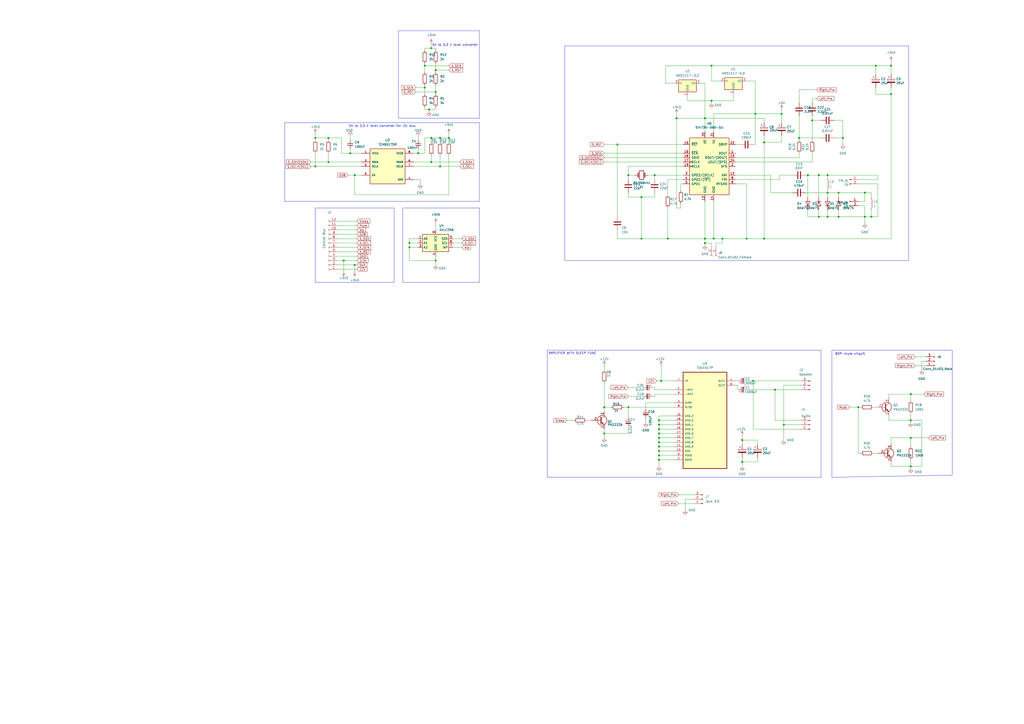
<source format=kicad_sch>
(kicad_sch (version 20230121) (generator eeschema)
  (paper "A2")
  (junction (at 438.15 66.04))
  (junction (at 182.88 80.01))
  (junction (at 383.54 220.98))
  (junction (at 372.11 114.3))
  (junction (at 190.5 80.01))
  (junction (at 528.32 254))
  (junction (at 430.53 267.97))
  (junction (at 205.74 101.6))
  (junction (at 382.27 251.46))
  (junction (at 237.49 143.51))
  (junction (at 454.66 246.38))
  (junction (at 364.49 236.22))
  (junction (at 528.32 270.51))
  (junction (at 392.43 68.58))
  (junction (at 508 38.1))
  (junction (at 246.38 38.1))
  (junction (at 252.73 40.64))
  (junction (at 382.27 256.54))
  (junction (at 412.75 58.42))
  (junction (at 419.1 138.43))
  (junction (at 199.39 151.13))
  (junction (at 528.32 228.6))
  (junction (at 246.38 50.8))
  (junction (at 203.2 88.9))
  (junction (at 468.63 101.6))
  (junction (at 463.55 80.01))
  (junction (at 260.35 80.01))
  (junction (at 237.49 140.97))
  (junction (at 248.92 63.5))
  (junction (at 436.88 220.98))
  (junction (at 250.19 80.01))
  (junction (at 364.49 101.6))
  (junction (at 408.94 140.97))
  (junction (at 382.27 254))
  (junction (at 453.39 66.04))
  (junction (at 379.73 101.6))
  (junction (at 480.06 101.6))
  (junction (at 443.23 138.43))
  (junction (at 252.73 151.13))
  (junction (at 205.74 153.67))
  (junction (at 382.27 246.38))
  (junction (at 486.41 111.76))
  (junction (at 382.27 248.92))
  (junction (at 382.27 261.62))
  (junction (at 358.14 83.82))
  (junction (at 474.98 125.73))
  (junction (at 474.98 101.6))
  (junction (at 255.27 80.01))
  (junction (at 350.52 236.22))
  (junction (at 255.27 96.52))
  (junction (at 252.73 53.34))
  (junction (at 443.23 82.55))
  (junction (at 382.27 266.7))
  (junction (at 516.89 54.61))
  (junction (at 350.52 251.46))
  (junction (at 372.11 138.43))
  (junction (at 471.17 69.85))
  (junction (at 382.27 243.84))
  (junction (at 430.53 255.27))
  (junction (at 497.84 236.22))
  (junction (at 182.88 96.52))
  (junction (at 242.57 88.9))
  (junction (at 190.5 93.98))
  (junction (at 414.02 138.43))
  (junction (at 382.27 259.08))
  (junction (at 408.94 138.43))
  (junction (at 408.94 68.58))
  (junction (at 528.32 243.84))
  (junction (at 480.06 111.76))
  (junction (at 412.75 38.1))
  (junction (at 501.65 111.76))
  (junction (at 449.58 226.06))
  (junction (at 433.07 138.43))
  (junction (at 250.19 93.98))
  (junction (at 382.27 264.16))
  (junction (at 250.19 27.94))
  (junction (at 488.95 80.01))
  (junction (at 501.65 125.73))
  (junction (at 387.35 138.43))
  (junction (at 516.89 38.1))
  (junction (at 505.46 125.73))
  (junction (at 480.06 125.73))
  (junction (at 486.41 125.73))
  (wire (pts (xy 414.02 66.04) (xy 414.02 76.2)))
  (wire (pts (xy 252.73 27.94) (xy 252.73 29.21)))
  (wire (pts (xy 364.49 236.22) (xy 391.16 236.22)))
  (wire (pts (xy 474.98 125.73) (xy 480.06 125.73)))
  (wire (pts (xy 199.39 157.48) (xy 199.39 151.13)))
  (wire (pts (xy 246.38 63.5) (xy 246.38 62.23)))
  (wire (pts (xy 394.97 106.68) (xy 394.97 110.49)))
  (wire (pts (xy 190.5 80.01) (xy 190.5 81.28)))
  (wire (pts (xy 207.01 130.81) (xy 195.58 130.81)))
  (wire (pts (xy 433.07 46.99) (xy 438.15 46.99)))
  (wire (pts (xy 207.01 146.05) (xy 195.58 146.05)))
  (wire (pts (xy 453.39 78.74) (xy 453.39 82.55)))
  (wire (pts (xy 474.98 101.6) (xy 480.06 101.6)))
  (wire (pts (xy 190.5 88.9) (xy 190.5 93.98)))
  (wire (pts (xy 480.06 125.73) (xy 486.41 125.73)))
  (wire (pts (xy 439.42 255.27) (xy 439.42 257.81)))
  (wire (pts (xy 207.01 156.21) (xy 195.58 156.21)))
  (wire (pts (xy 382.27 266.7) (xy 382.27 270.51)))
  (wire (pts (xy 207.01 151.13) (xy 199.39 151.13)))
  (wire (pts (xy 387.35 120.65) (xy 387.35 138.43)))
  (wire (pts (xy 426.72 93.98) (xy 471.17 93.98)))
  (wire (pts (xy 358.14 83.82) (xy 358.14 125.73)))
  (wire (pts (xy 480.06 111.76) (xy 480.06 114.3)))
  (wire (pts (xy 433.07 220.98) (xy 436.88 220.98)))
  (polyline (pts (xy 278.13 71.12) (xy 278.13 116.84)))
  (wire (pts (xy 381 220.98) (xy 383.54 220.98)))
  (wire (pts (xy 443.23 138.43) (xy 516.89 138.43)))
  (wire (pts (xy 508 38.1) (xy 516.89 38.1)))
  (wire (pts (xy 195.58 128.27) (xy 207.01 128.27)))
  (wire (pts (xy 372.11 114.3) (xy 372.11 138.43)))
  (wire (pts (xy 364.49 251.46) (xy 364.49 247.65)))
  (wire (pts (xy 433.07 106.68) (xy 433.07 138.43)))
  (wire (pts (xy 246.38 38.1) (xy 260.35 38.1)))
  (wire (pts (xy 364.49 236.22) (xy 361.95 236.22)))
  (wire (pts (xy 453.39 63.5) (xy 453.39 66.04)))
  (wire (pts (xy 382.27 248.92) (xy 382.27 246.38)))
  (wire (pts (xy 207.01 148.59) (xy 195.58 148.59)))
  (wire (pts (xy 505.46 121.92) (xy 505.46 125.73)))
  (wire (pts (xy 358.14 138.43) (xy 358.14 133.35)))
  (wire (pts (xy 430.53 267.97) (xy 430.53 270.51)))
  (polyline (pts (xy 278.13 17.78) (xy 278.13 68.58)))
  (wire (pts (xy 246.38 49.53) (xy 246.38 50.8)))
  (wire (pts (xy 242.57 138.43) (xy 237.49 138.43)))
  (polyline (pts (xy 278.13 163.83) (xy 278.13 120.65)))
  (wire (pts (xy 382.27 261.62) (xy 382.27 264.16)))
  (polyline (pts (xy 278.13 68.58) (xy 231.14 68.58)))
  (wire (pts (xy 433.07 138.43) (xy 443.23 138.43)))
  (wire (pts (xy 398.78 58.42) (xy 412.75 58.42)))
  (wire (pts (xy 427.99 223.52) (xy 427.99 226.06)))
  (wire (pts (xy 374.65 233.68) (xy 391.16 233.68)))
  (wire (pts (xy 528.32 270.51) (xy 528.32 271.78)))
  (wire (pts (xy 515.62 228.6) (xy 528.32 228.6)))
  (wire (pts (xy 242.57 86.36) (xy 242.57 88.9)))
  (wire (pts (xy 350.52 251.46) (xy 350.52 254)))
  (wire (pts (xy 386.08 38.1) (xy 386.08 48.26)))
  (wire (pts (xy 467.36 101.6) (xy 468.63 101.6)))
  (wire (pts (xy 408.94 142.24) (xy 408.94 140.97)))
  (wire (pts (xy 463.55 52.07) (xy 463.55 59.69)))
  (wire (pts (xy 449.58 226.06) (xy 464.82 226.06)))
  (wire (pts (xy 537.21 209.55) (xy 534.67 209.55)))
  (wire (pts (xy 439.42 267.97) (xy 439.42 265.43)))
  (wire (pts (xy 398.78 55.88) (xy 398.78 58.42)))
  (wire (pts (xy 250.19 93.98) (xy 250.19 90.17)))
  (polyline (pts (xy 233.68 120.65) (xy 233.68 163.83)))
  (wire (pts (xy 364.49 224.79) (xy 373.38 224.79)))
  (wire (pts (xy 463.55 81.28) (xy 463.55 80.01)))
  (wire (pts (xy 243.84 104.14) (xy 243.84 106.68)))
  (wire (pts (xy 387.35 104.14) (xy 396.24 104.14)))
  (wire (pts (xy 199.39 151.13) (xy 195.58 151.13)))
  (wire (pts (xy 207.01 153.67) (xy 205.74 153.67)))
  (wire (pts (xy 205.74 113.03) (xy 260.35 113.03)))
  (wire (pts (xy 497.84 116.84) (xy 501.65 116.84)))
  (wire (pts (xy 205.74 101.6) (xy 205.74 113.03)))
  (wire (pts (xy 430.53 257.81) (xy 430.53 255.27)))
  (polyline (pts (xy 527.05 151.13) (xy 527.05 26.67)))
  (wire (pts (xy 364.49 229.87) (xy 373.38 229.87)))
  (wire (pts (xy 391.16 264.16) (xy 382.27 264.16)))
  (wire (pts (xy 534.67 243.84) (xy 534.67 270.51)))
  (wire (pts (xy 508 54.61) (xy 516.89 54.61)))
  (wire (pts (xy 340.36 243.84) (xy 342.9 243.84)))
  (wire (pts (xy 364.49 242.57) (xy 364.49 236.22)))
  (wire (pts (xy 473.71 57.15) (xy 471.17 57.15)))
  (wire (pts (xy 364.49 101.6) (xy 368.3 101.6)))
  (wire (pts (xy 241.3 50.8) (xy 246.38 50.8)))
  (wire (pts (xy 414.02 138.43) (xy 419.1 138.43)))
  (wire (pts (xy 386.08 48.26) (xy 391.16 48.26)))
  (wire (pts (xy 528.32 228.6) (xy 535.94 228.6)))
  (wire (pts (xy 468.63 101.6) (xy 468.63 114.3)))
  (wire (pts (xy 486.41 121.92) (xy 486.41 125.73)))
  (polyline (pts (xy 165.1 116.84) (xy 165.1 71.12)))
  (wire (pts (xy 474.98 101.6) (xy 474.98 114.3)))
  (wire (pts (xy 426.72 104.14) (xy 452.12 104.14)))
  (wire (pts (xy 486.41 111.76) (xy 501.65 111.76)))
  (wire (pts (xy 387.35 138.43) (xy 408.94 138.43)))
  (wire (pts (xy 240.03 104.14) (xy 243.84 104.14)))
  (wire (pts (xy 515.62 231.14) (xy 515.62 228.6)))
  (wire (pts (xy 382.27 248.92) (xy 391.16 248.92)))
  (wire (pts (xy 419.1 140.97) (xy 419.1 138.43)))
  (wire (pts (xy 486.41 125.73) (xy 501.65 125.73)))
  (wire (pts (xy 528.32 243.84) (xy 528.32 240.03)))
  (wire (pts (xy 426.72 220.98) (xy 427.99 220.98)))
  (wire (pts (xy 480.06 111.76) (xy 486.41 111.76)))
  (wire (pts (xy 379.73 226.06) (xy 379.73 224.79)))
  (wire (pts (xy 205.74 101.6) (xy 209.55 101.6)))
  (wire (pts (xy 382.27 241.3) (xy 391.16 241.3)))
  (wire (pts (xy 237.49 143.51) (xy 237.49 140.97)))
  (wire (pts (xy 408.94 116.84) (xy 408.94 138.43)))
  (wire (pts (xy 501.65 125.73) (xy 505.46 125.73)))
  (polyline (pts (xy 476.25 276.86) (xy 476.25 203.2)))
  (wire (pts (xy 509.27 106.68) (xy 509.27 125.73)))
  (wire (pts (xy 516.89 35.56) (xy 516.89 38.1)))
  (polyline (pts (xy 482.6 203.2) (xy 482.6 223.52)))
  (wire (pts (xy 246.38 88.9) (xy 246.38 80.01)))
  (wire (pts (xy 430.53 252.73) (xy 430.53 255.27)))
  (wire (pts (xy 501.65 125.73) (xy 501.65 129.54)))
  (wire (pts (xy 190.5 80.01) (xy 198.12 80.01)))
  (wire (pts (xy 248.92 63.5) (xy 246.38 63.5)))
  (wire (pts (xy 250.19 93.98) (xy 266.7 93.98)))
  (polyline (pts (xy 231.14 17.78) (xy 278.13 17.78)))
  (wire (pts (xy 387.35 113.03) (xy 387.35 104.14)))
  (wire (pts (xy 382.27 264.16) (xy 382.27 266.7)))
  (wire (pts (xy 426.72 106.68) (xy 433.07 106.68)))
  (wire (pts (xy 364.49 96.52) (xy 396.24 96.52)))
  (wire (pts (xy 394.97 118.11) (xy 394.97 120.65)))
  (wire (pts (xy 454.66 223.52) (xy 454.66 246.38)))
  (wire (pts (xy 452.12 101.6) (xy 459.74 101.6)))
  (wire (pts (xy 205.74 157.48) (xy 205.74 153.67)))
  (wire (pts (xy 501.65 119.38) (xy 501.65 125.73)))
  (wire (pts (xy 198.12 88.9) (xy 198.12 80.01)))
  (polyline (pts (xy 182.88 163.83) (xy 228.6 163.83)))
  (wire (pts (xy 242.57 143.51) (xy 237.49 143.51)))
  (polyline (pts (xy 527.05 26.67) (xy 327.66 26.67)))
  (wire (pts (xy 372.11 114.3) (xy 379.73 114.3)))
  (wire (pts (xy 530.86 207.01) (xy 537.21 207.01)))
  (wire (pts (xy 468.63 121.92) (xy 468.63 125.73)))
  (wire (pts (xy 379.73 229.87) (xy 379.73 228.6)))
  (wire (pts (xy 242.57 88.9) (xy 246.38 88.9)))
  (wire (pts (xy 443.23 78.74) (xy 443.23 82.55)))
  (wire (pts (xy 464.82 248.92) (xy 436.88 248.92)))
  (polyline (pts (xy 327.66 26.67) (xy 327.66 151.13)))
  (wire (pts (xy 374.65 233.68) (xy 374.65 237.49)))
  (wire (pts (xy 509.27 104.14) (xy 497.84 104.14)))
  (wire (pts (xy 364.49 111.76) (xy 364.49 114.3)))
  (wire (pts (xy 408.94 68.58) (xy 443.23 68.58)))
  (wire (pts (xy 488.95 80.01) (xy 488.95 83.82)))
  (wire (pts (xy 497.84 106.68) (xy 509.27 106.68)))
  (wire (pts (xy 468.63 101.6) (xy 474.98 101.6)))
  (wire (pts (xy 393.7 287.02) (xy 402.59 287.02)))
  (wire (pts (xy 501.65 116.84) (xy 501.65 111.76)))
  (wire (pts (xy 433.07 226.06) (xy 449.58 226.06)))
  (wire (pts (xy 262.89 143.51) (xy 267.97 143.51)))
  (wire (pts (xy 350.52 83.82) (xy 358.14 83.82)))
  (wire (pts (xy 509.27 101.6) (xy 509.27 104.14)))
  (wire (pts (xy 476.25 69.85) (xy 471.17 69.85)))
  (wire (pts (xy 382.27 254) (xy 382.27 256.54)))
  (wire (pts (xy 505.46 111.76) (xy 505.46 114.3)))
  (wire (pts (xy 534.67 209.55) (xy 534.67 214.63)))
  (wire (pts (xy 528.32 243.84) (xy 534.67 243.84)))
  (polyline (pts (xy 228.6 163.83) (xy 228.6 120.65)))
  (wire (pts (xy 260.35 113.03) (xy 260.35 90.17)))
  (wire (pts (xy 248.92 64.77) (xy 248.92 63.5)))
  (wire (pts (xy 379.73 101.6) (xy 396.24 101.6)))
  (wire (pts (xy 453.39 82.55) (xy 443.23 82.55)))
  (wire (pts (xy 471.17 88.9) (xy 471.17 93.98)))
  (wire (pts (xy 383.54 220.98) (xy 383.54 212.09)))
  (wire (pts (xy 237.49 143.51) (xy 237.49 151.13)))
  (wire (pts (xy 240.03 96.52) (xy 255.27 96.52)))
  (wire (pts (xy 201.93 101.6) (xy 205.74 101.6)))
  (wire (pts (xy 508 38.1) (xy 508 43.18)))
  (wire (pts (xy 364.49 101.6) (xy 364.49 104.14)))
  (polyline (pts (xy 165.1 71.12) (xy 278.13 71.12)))
  (wire (pts (xy 508 50.8) (xy 508 54.61)))
  (wire (pts (xy 350.52 236.22) (xy 354.33 236.22)))
  (wire (pts (xy 190.5 93.98) (xy 209.55 93.98)))
  (wire (pts (xy 534.67 270.51) (xy 528.32 270.51)))
  (wire (pts (xy 454.66 246.38) (xy 464.82 246.38)))
  (wire (pts (xy 408.94 48.26) (xy 406.4 48.26)))
  (wire (pts (xy 246.38 27.94) (xy 250.19 27.94)))
  (wire (pts (xy 426.72 91.44) (xy 463.55 91.44)))
  (wire (pts (xy 412.75 58.42) (xy 412.75 59.69)))
  (wire (pts (xy 255.27 80.01) (xy 260.35 80.01)))
  (polyline (pts (xy 233.68 163.83) (xy 278.13 163.83)))
  (wire (pts (xy 207.01 138.43) (xy 195.58 138.43)))
  (wire (pts (xy 382.27 246.38) (xy 382.27 243.84)))
  (wire (pts (xy 408.94 140.97) (xy 408.94 138.43)))
  (wire (pts (xy 408.94 68.58) (xy 392.43 68.58)))
  (wire (pts (xy 255.27 80.01) (xy 255.27 82.55)))
  (wire (pts (xy 417.83 46.99) (xy 412.75 46.99)))
  (wire (pts (xy 252.73 148.59) (xy 252.73 151.13)))
  (wire (pts (xy 452.12 104.14) (xy 452.12 101.6)))
  (wire (pts (xy 509.27 125.73) (xy 505.46 125.73)))
  (wire (pts (xy 379.73 114.3) (xy 379.73 111.76)))
  (wire (pts (xy 240.03 88.9) (xy 242.57 88.9)))
  (wire (pts (xy 246.38 50.8) (xy 246.38 54.61)))
  (wire (pts (xy 248.92 63.5) (xy 252.73 63.5)))
  (polyline (pts (xy 552.45 203.2) (xy 482.6 203.2)))
  (wire (pts (xy 425.45 58.42) (xy 425.45 54.61)))
  (wire (pts (xy 415.29 143.51) (xy 415.29 140.97)))
  (wire (pts (xy 182.88 96.52) (xy 209.55 96.52)))
  (wire (pts (xy 350.52 236.22) (xy 350.52 238.76)))
  (wire (pts (xy 350.52 88.9) (xy 396.24 88.9)))
  (wire (pts (xy 237.49 140.97) (xy 242.57 140.97)))
  (wire (pts (xy 506.73 236.22) (xy 508 236.22)))
  (wire (pts (xy 252.73 40.64) (xy 252.73 41.91)))
  (polyline (pts (xy 482.6 276.86) (xy 552.45 275.59)))
  (wire (pts (xy 530.86 212.09) (xy 537.21 212.09)))
  (wire (pts (xy 382.27 243.84) (xy 391.16 243.84)))
  (wire (pts (xy 486.41 111.76) (xy 486.41 114.3)))
  (wire (pts (xy 499.11 262.89) (xy 497.84 262.89)))
  (wire (pts (xy 392.43 68.58) (xy 392.43 120.65)))
  (wire (pts (xy 528.32 270.51) (xy 516.89 270.51)))
  (wire (pts (xy 453.39 71.12) (xy 453.39 66.04)))
  (wire (pts (xy 412.75 46.99) (xy 412.75 38.1)))
  (wire (pts (xy 255.27 96.52) (xy 266.7 96.52)))
  (polyline (pts (xy 278.13 116.84) (xy 165.1 116.84)))
  (wire (pts (xy 408.94 48.26) (xy 408.94 68.58)))
  (wire (pts (xy 394.97 106.68) (xy 396.24 106.68)))
  (wire (pts (xy 488.95 69.85) (xy 488.95 80.01)))
  (wire (pts (xy 203.2 88.9) (xy 209.55 88.9)))
  (polyline (pts (xy 233.68 120.65) (xy 278.13 120.65)))
  (wire (pts (xy 474.98 121.92) (xy 474.98 125.73)))
  (wire (pts (xy 426.72 83.82) (xy 429.26 83.82)))
  (wire (pts (xy 246.38 80.01) (xy 250.19 80.01)))
  (wire (pts (xy 350.52 91.44) (xy 396.24 91.44)))
  (wire (pts (xy 412.75 143.51) (xy 412.75 140.97)))
  (wire (pts (xy 328.93 243.84) (xy 332.74 243.84)))
  (wire (pts (xy 350.52 251.46) (xy 364.49 251.46)))
  (wire (pts (xy 207.01 133.35) (xy 195.58 133.35)))
  (wire (pts (xy 414.02 116.84) (xy 414.02 138.43)))
  (wire (pts (xy 375.92 101.6) (xy 379.73 101.6)))
  (polyline (pts (xy 182.88 120.65) (xy 182.88 163.83)))
  (wire (pts (xy 483.87 69.85) (xy 488.95 69.85)))
  (wire (pts (xy 408.94 68.58) (xy 408.94 76.2)))
  (wire (pts (xy 391.16 226.06) (xy 379.73 226.06)))
  (wire (pts (xy 528.32 254) (xy 538.48 254)))
  (wire (pts (xy 182.88 80.01) (xy 190.5 80.01)))
  (wire (pts (xy 393.7 292.1) (xy 402.59 292.1)))
  (wire (pts (xy 516.89 254) (xy 528.32 254)))
  (wire (pts (xy 392.43 66.04) (xy 392.43 68.58)))
  (wire (pts (xy 430.53 265.43) (xy 430.53 267.97)))
  (wire (pts (xy 415.29 140.97) (xy 419.1 140.97)))
  (wire (pts (xy 397.51 289.56) (xy 397.51 295.91)))
  (wire (pts (xy 180.34 96.52) (xy 182.88 96.52)))
  (wire (pts (xy 506.73 262.89) (xy 509.27 262.89)))
  (wire (pts (xy 459.74 111.76) (xy 447.04 111.76)))
  (wire (pts (xy 412.75 38.1) (xy 508 38.1)))
  (wire (pts (xy 255.27 96.52) (xy 255.27 90.17)))
  (wire (pts (xy 378.46 229.87) (xy 379.73 229.87)))
  (wire (pts (xy 372.11 138.43) (xy 387.35 138.43)))
  (wire (pts (xy 430.53 255.27) (xy 439.42 255.27)))
  (wire (pts (xy 386.08 38.1) (xy 412.75 38.1)))
  (wire (pts (xy 237.49 138.43) (xy 237.49 140.97)))
  (wire (pts (xy 262.89 140.97) (xy 267.97 140.97)))
  (wire (pts (xy 182.88 96.52) (xy 182.88 88.9)))
  (polyline (pts (xy 482.6 223.52) (xy 482.6 276.86)))
  (wire (pts (xy 252.73 53.34) (xy 252.73 54.61)))
  (wire (pts (xy 463.55 67.31) (xy 463.55 80.01)))
  (wire (pts (xy 241.3 53.34) (xy 252.73 53.34)))
  (wire (pts (xy 246.38 27.94) (xy 246.38 29.21)))
  (wire (pts (xy 364.49 96.52) (xy 364.49 101.6)))
  (wire (pts (xy 252.73 129.54) (xy 252.73 133.35)))
  (wire (pts (xy 260.35 82.55) (xy 260.35 80.01)))
  (wire (pts (xy 350.52 248.92) (xy 350.52 251.46)))
  (wire (pts (xy 252.73 63.5) (xy 252.73 62.23)))
  (wire (pts (xy 430.53 267.97) (xy 439.42 267.97)))
  (wire (pts (xy 382.27 266.7) (xy 391.16 266.7)))
  (wire (pts (xy 260.35 77.47) (xy 260.35 80.01)))
  (wire (pts (xy 252.73 40.64) (xy 252.73 36.83)))
  (wire (pts (xy 379.73 228.6) (xy 391.16 228.6)))
  (wire (pts (xy 443.23 71.12) (xy 443.23 68.58)))
  (wire (pts (xy 436.88 220.98) (xy 464.82 220.98)))
  (wire (pts (xy 515.62 243.84) (xy 528.32 243.84)))
  (wire (pts (xy 182.88 77.47) (xy 182.88 80.01)))
  (polyline (pts (xy 317.5 276.86) (xy 476.25 276.86)))
  (wire (pts (xy 528.32 228.6) (xy 528.32 232.41)))
  (wire (pts (xy 203.2 88.9) (xy 203.2 86.36)))
  (wire (pts (xy 516.89 257.81) (xy 516.89 254)))
  (polyline (pts (xy 182.88 120.65) (xy 228.6 120.65)))
  (wire (pts (xy 203.2 78.74) (xy 203.2 81.28)))
  (polyline (pts (xy 231.14 17.78) (xy 231.14 68.58)))
  (wire (pts (xy 252.73 40.64) (xy 260.35 40.64)))
  (wire (pts (xy 419.1 138.43) (xy 433.07 138.43)))
  (wire (pts (xy 242.57 78.74) (xy 242.57 81.28)))
  (wire (pts (xy 528.32 254) (xy 528.32 259.08)))
  (wire (pts (xy 449.58 226.06) (xy 449.58 243.84)))
  (wire (pts (xy 364.49 114.3) (xy 372.11 114.3)))
  (wire (pts (xy 516.89 54.61) (xy 516.89 138.43)))
  (wire (pts (xy 497.84 262.89) (xy 497.84 236.22)))
  (wire (pts (xy 383.54 220.98) (xy 391.16 220.98)))
  (wire (pts (xy 180.34 93.98) (xy 190.5 93.98)))
  (wire (pts (xy 182.88 80.01) (xy 182.88 81.28)))
  (wire (pts (xy 471.17 67.31) (xy 471.17 69.85)))
  (wire (pts (xy 250.19 27.94) (xy 252.73 27.94)))
  (wire (pts (xy 402.59 289.56) (xy 397.51 289.56)))
  (wire (pts (xy 252.73 151.13) (xy 252.73 153.67)))
  (wire (pts (xy 463.55 91.44) (xy 463.55 88.9)))
  (wire (pts (xy 358.14 83.82) (xy 396.24 83.82)))
  (wire (pts (xy 379.73 224.79) (xy 378.46 224.79)))
  (wire (pts (xy 382.27 248.92) (xy 382.27 251.46)))
  (wire (pts (xy 427.99 223.52) (xy 426.72 223.52)))
  (wire (pts (xy 501.65 111.76) (xy 505.46 111.76)))
  (wire (pts (xy 528.32 243.84) (xy 528.32 245.11)))
  (wire (pts (xy 463.55 80.01) (xy 476.25 80.01)))
  (wire (pts (xy 382.27 256.54) (xy 382.27 259.08)))
  (wire (pts (xy 468.63 125.73) (xy 474.98 125.73)))
  (wire (pts (xy 252.73 49.53) (xy 252.73 53.34)))
  (wire (pts (xy 382.27 259.08) (xy 382.27 261.62)))
  (wire (pts (xy 438.15 46.99) (xy 438.15 66.04)))
  (wire (pts (xy 516.89 50.8) (xy 516.89 54.61)))
  (wire (pts (xy 408.94 140.97) (xy 412.75 140.97)))
  (wire (pts (xy 497.84 236.22) (xy 499.11 236.22)))
  (polyline (pts (xy 327.66 151.13) (xy 527.05 151.13)))
  (wire (pts (xy 497.84 119.38) (xy 501.65 119.38)))
  (wire (pts (xy 237.49 151.13) (xy 252.73 151.13)))
  (wire (pts (xy 515.62 241.3) (xy 515.62 243.84)))
  (wire (pts (xy 250.19 80.01) (xy 255.27 80.01)))
  (wire (pts (xy 454.66 223.52) (xy 464.82 223.52)))
  (wire (pts (xy 207.01 140.97) (xy 195.58 140.97)))
  (wire (pts (xy 374.65 242.57) (xy 374.65 245.11)))
  (wire (pts (xy 379.73 104.14) (xy 379.73 101.6)))
  (polyline (pts (xy 552.45 275.59) (xy 552.45 203.2)))
  (wire (pts (xy 198.12 88.9) (xy 203.2 88.9)))
  (wire (pts (xy 408.94 138.43) (xy 414.02 138.43)))
  (polyline (pts (xy 317.5 203.2) (xy 317.5 276.86)))
  (wire (pts (xy 207.01 135.89) (xy 195.58 135.89)))
  (wire (pts (xy 516.89 43.18) (xy 516.89 38.1)))
  (wire (pts (xy 471.17 57.15) (xy 471.17 59.69)))
  (wire (pts (xy 382.27 251.46) (xy 382.27 254)))
  (wire (pts (xy 447.04 111.76) (xy 447.04 101.6)))
  (wire (pts (xy 483.87 80.01) (xy 488.95 80.01)))
  (wire (pts (xy 480.06 101.6) (xy 480.06 102.87)))
  (wire (pts (xy 436.88 83.82) (xy 438.15 83.82)))
  (wire (pts (xy 382.27 246.38) (xy 391.16 246.38)))
  (wire (pts (xy 350.52 212.09) (xy 350.52 214.63)))
  (wire (pts (xy 350.52 222.25) (xy 350.52 236.22)))
  (wire (pts (xy 480.06 101.6) (xy 509.27 101.6)))
  (wire (pts (xy 358.14 138.43) (xy 372.11 138.43)))
  (wire (pts (xy 480.06 121.92) (xy 480.06 125.73)))
  (wire (pts (xy 205.74 153.67) (xy 195.58 153.67)))
  (wire (pts (xy 250.19 80.01) (xy 250.19 82.55)))
  (wire (pts (xy 471.17 81.28) (xy 471.17 69.85)))
  (wire (pts (xy 382.27 243.84) (xy 382.27 241.3)))
  (wire (pts (xy 443.23 82.55) (xy 443.23 138.43)))
  (wire (pts (xy 438.15 66.04) (xy 414.02 66.04)))
  (wire (pts (xy 497.84 236.22) (xy 492.76 236.22)))
  (wire (pts (xy 412.75 58.42) (xy 425.45 58.42)))
  (wire (pts (xy 250.19 25.4) (xy 250.19 27.94)))
  (wire (pts (xy 528.32 266.7) (xy 528.32 270.51)))
  (wire (pts (xy 382.27 254) (xy 391.16 254)))
  (wire (pts (xy 438.15 83.82) (xy 438.15 66.04)))
  (wire (pts (xy 480.06 110.49) (xy 480.06 111.76)))
  (wire (pts (xy 438.15 66.04) (xy 453.39 66.04)))
  (wire (pts (xy 240.03 93.98) (xy 250.19 93.98)))
  (wire (pts (xy 454.66 246.38) (xy 454.66 255.27)))
  (wire (pts (xy 382.27 256.54) (xy 391.16 256.54)))
  (wire (pts (xy 382.27 259.08) (xy 391.16 259.08)))
  (polyline (pts (xy 317.5 203.2) (xy 476.25 203.2)))
  (wire (pts (xy 246.38 38.1) (xy 246.38 41.91)))
  (wire (pts (xy 382.27 261.62) (xy 391.16 261.62)))
  (wire (pts (xy 447.04 101.6) (xy 426.72 101.6)))
  (wire (pts (xy 246.38 38.1) (xy 246.38 36.83)))
  (wire (pts (xy 473.71 52.07) (xy 463.55 52.07)))
  (wire (pts (xy 436.88 220.98) (xy 436.88 248.92)))
  (wire (pts (xy 350.52 93.98) (xy 396.24 93.98)))
  (wire (pts (xy 391.16 251.46) (xy 382.27 251.46)))
  (wire (pts (xy 467.36 111.76) (xy 480.06 111.76)))
  (wire (pts (xy 392.43 120.65) (xy 394.97 120.65)))
  (wire (pts (xy 449.58 243.84) (xy 464.82 243.84)))
  (wire (pts (xy 262.89 138.43) (xy 267.97 138.43)))
  (wire (pts (xy 207.01 143.51) (xy 195.58 143.51)))
  (wire (pts (xy 516.89 270.51) (xy 516.89 267.97)))
  (text "5V to 3.3 V level converter for I2c bus." (at 202.438 73.914 0) (effects (font (size 1.27 1.27)) (justify left bottom)))
  (text "5V to 3.3 V level converter" (at 250.698 26.924 0) (effects (font (size 1.27 1.27)) (justify left bottom)))
  (text "BOP-mute cirquit" (at 484.378 206.121 0) (effects (font (size 1.27 1.27)) (justify left bottom)))
  (text "AMPLIFIER WITH SLEEP FUNC" (at 318.135 205.74 0) (effects (font (size 1.27 1.27)) (justify left bottom)))
  (global_label "Left_Pre" (shape input) (at 473.71 57.15 0) (property "Intersheetrefs" "${INTERSHEET_REFS}" (effects hide)))
  (global_label "S_RST" (shape input) (at 241.3 53.34 180) (property "Intersheetrefs" "${INTERSHEET_REFS}" (effects hide)))
  (global_label "A_SCL" (shape input) (at 267.97 140.97 0) (property "Intersheetrefs" "${INTERSHEET_REFS}" (effects hide)))
  (global_label "Mute" (shape input) (at 207.01 130.81 0) (property "Intersheetrefs" "${INTERSHEET_REFS}" (effects hide)))
  (global_label "A_SCL" (shape input) (at 207.01 140.97 0) (property "Intersheetrefs" "${INTERSHEET_REFS}" (effects hide)))
  (global_label "Left_Pre" (shape input) (at 538.48 254 0) (property "Intersheetrefs" "${INTERSHEET_REFS}" (effects hide)))
  (global_label "3.3V" (shape input) (at 207.01 151.13 0) (property "Intersheetrefs" "${INTERSHEET_REFS}" (effects hide)))
  (global_label "Right_Pre" (shape input) (at 530.86 212.09 180) (property "Intersheetrefs" "${INTERSHEET_REFS}" (effects hide)))
  (global_label "A_SDA" (shape input) (at 207.01 138.43 0) (property "Intersheetrefs" "${INTERSHEET_REFS}" (effects hide)))
  (global_label "D28" (shape input) (at 201.93 101.6 180) (property "Intersheetrefs" "${INTERSHEET_REFS}" (effects hide)))
  (global_label "Sleep" (shape input) (at 328.93 243.84 180) (property "Intersheetrefs" "${INTERSHEET_REFS}" (effects hide)))
  (global_label "S_SEN" (shape input) (at 350.52 88.9 180) (property "Intersheetrefs" "${INTERSHEET_REFS}" (effects hide)))
  (global_label "A_SEN" (shape input) (at 207.01 143.51 0) (property "Intersheetrefs" "${INTERSHEET_REFS}" (effects hide)))
  (global_label "Right_Pre" (shape input) (at 473.71 52.07 0) (property "Intersheetrefs" "${INTERSHEET_REFS}" (effects hide)))
  (global_label "S_SDIO(SDA)" (shape input) (at 180.34 93.98 180) (property "Intersheetrefs" "${INTERSHEET_REFS}" (effects hide)))
  (global_label "A_SDA" (shape input) (at 266.7 93.98 0) (property "Intersheetrefs" "${INTERSHEET_REFS}" (effects hide)))
  (global_label "Mute" (shape input) (at 492.76 236.22 180) (property "Intersheetrefs" "${INTERSHEET_REFS}" (effects hide)))
  (global_label "Wp" (shape input) (at 207.01 133.35 0) (property "Intersheetrefs" "${INTERSHEET_REFS}" (effects hide)))
  (global_label "Left_Pre" (shape input) (at 364.49 224.79 180) (property "Intersheetrefs" "${INTERSHEET_REFS}" (effects hide)))
  (global_label "Right_Pre" (shape input) (at 364.49 229.87 180) (property "Intersheetrefs" "${INTERSHEET_REFS}" (effects hide)))
  (global_label "A_RST" (shape input) (at 207.01 146.05 0) (property "Intersheetrefs" "${INTERSHEET_REFS}" (effects hide)))
  (global_label "A_SDA" (shape input) (at 267.97 138.43 0) (property "Intersheetrefs" "${INTERSHEET_REFS}" (effects hide)))
  (global_label "S_SDIO(SDA)" (shape input) (at 350.52 91.44 180) (property "Intersheetrefs" "${INTERSHEET_REFS}" (effects hide)))
  (global_label "S_RST" (shape input) (at 350.52 83.82 180) (property "Intersheetrefs" "${INTERSHEET_REFS}" (effects hide)))
  (global_label "A_SEN" (shape input) (at 260.35 38.1 0) (property "Intersheetrefs" "${INTERSHEET_REFS}" (effects hide)))
  (global_label "S_SCLK(SCL)" (shape input) (at 180.34 96.52 180) (property "Intersheetrefs" "${INTERSHEET_REFS}" (effects hide)))
  (global_label "A_SCL" (shape input) (at 266.7 96.52 0) (property "Intersheetrefs" "${INTERSHEET_REFS}" (effects hide)))
  (global_label "Left_Pre" (shape input) (at 530.86 207.01 180) (property "Intersheetrefs" "${INTERSHEET_REFS}" (effects hide)))
  (global_label "5VA" (shape input) (at 207.01 153.67 0) (property "Intersheetrefs" "${INTERSHEET_REFS}" (effects hide)))
  (global_label "Left_Pre" (shape input) (at 393.7 292.1 180) (property "Intersheetrefs" "${INTERSHEET_REFS}" (effects hide)))
  (global_label "A_RST" (shape input) (at 260.35 40.64 0) (property "Intersheetrefs" "${INTERSHEET_REFS}" (effects hide)))
  (global_label "S_SEN" (shape input) (at 241.3 50.8 180) (property "Intersheetrefs" "${INTERSHEET_REFS}" (effects hide)))
  (global_label "Wp" (shape input) (at 267.97 143.51 0) (property "Intersheetrefs" "${INTERSHEET_REFS}" (effects hide)))
  (global_label "S_SCLK(SCL)" (shape input) (at 350.52 93.98 180) (property "Intersheetrefs" "${INTERSHEET_REFS}" (effects hide)))
  (global_label "12V" (shape input) (at 207.01 156.21 0) (property "Intersheetrefs" "${INTERSHEET_REFS}" (effects hide)))
  (global_label "Right_Pre" (shape input) (at 535.94 228.6 0) (property "Intersheetrefs" "${INTERSHEET_REFS}" (effects hide)))
  (global_label "Right_Pre" (shape input) (at 393.7 287.02 180) (property "Intersheetrefs" "${INTERSHEET_REFS}" (effects hide)))
  (global_label "Sleep" (shape input) (at 207.01 128.27 0) (property "Intersheetrefs" "${INTERSHEET_REFS}" (effects hide)))
  (global_label "GND" (shape input) (at 207.01 148.59 0) (property "Intersheetrefs" "${INTERSHEET_REFS}" (effects hide)))
  (global_label "12V" (shape input) (at 381 220.98 180) (property "Intersheetrefs" "${INTERSHEET_REFS}" (effects hide)))
  (global_label "D28" (shape input) (at 207.01 135.89 0) (property "Intersheetrefs" "${INTERSHEET_REFS}" (effects hide)))
  (symbol (lib_id "RF_AM_FM:Si4735-D60-GU") (at 411.48 96.52 0) (unit 1)
    (property "Reference" "U6" (at 411.48 71.6026 0))
    (property "Value" "Si4735-D60-GU" (at 411.48 73.914 0))
    (property "Footprint" "Package_SO:SSOP-24_3.9x8.7mm_P0.635mm" (effects hide))
    (property "Datasheet" "http://www.silabs.com/Support%20Documents/TechnicalDocs/Si4730-31-34-35-D60.pdf" (effects hide))
  )
  (symbol (lib_id "Device:Crystal") (at 372.11 101.6 180) (unit 1)
    (property "Reference" "Y1" (at 372.11 108.4072 0))
    (property "Value" "32.768kHz" (at 372.11 106.0958 0))
    (property "Footprint" "Crystal:Crystal_C38-LF_D3.0mm_L8.0mm_Horizontal" (effects hide))
  )
  (symbol (lib_id "Device:C") (at 364.49 107.95 0) (unit 1)
    (property "Reference" "C23" (at 367.411 106.7816 0) (effects (justify left)))
    (property "Value" "22pF" (at 367.411 109.093 0) (effects (justify left)))
    (property "Footprint" "Capacitor_SMD:C_1206_3216Metric" (effects hide))
  )
  (symbol (lib_id "Device:C") (at 379.73 107.95 0) (unit 1)
    (property "Reference" "C24" (at 382.651 106.7816 0) (effects (justify left)))
    (property "Value" "22pF" (at 382.651 109.093 0) (effects (justify left)))
    (property "Footprint" "Capacitor_SMD:C_1206_3216Metric" (effects hide))
  )
  (symbol (lib_id "Device:C") (at 463.55 111.76 270) (unit 1)
    (property "Reference" "C10" (at 463.55 105.3592 90))
    (property "Value" "470nF" (at 463.55 107.6706 90))
    (property "Footprint" "Capacitor_THT:C_Disc_D4.3mm_W1.9mm_P5.00mm" (effects hide))
  )
  (symbol (lib_id "Device:C") (at 358.14 129.54 0) (unit 1)
    (property "Reference" "C6" (at 360.68 132.08 0) (effects (justify left)))
    (property "Value" "10n" (at 360.68 134.62 0) (effects (justify left)))
    (property "Footprint" "Capacitor_SMD:C_1206_3216Metric" (effects hide))
  )
  (symbol (lib_id "Device:R") (at 463.55 85.09 0) (unit 1)
    (property "Reference" "R19" (at 458.2922 85.09 90))
    (property "Value" "0.2k" (at 460.6036 85.09 90))
    (property "Footprint" "Resistor_SMD:R_1206_3216Metric" (effects hide))
  )
  (symbol (lib_id "Device:R") (at 471.17 85.09 0) (unit 1)
    (property "Reference" "R21" (at 465.9122 85.09 90))
    (property "Value" "0.2k" (at 468.2236 85.09 90))
    (property "Footprint" "Resistor_SMD:R_1206_3216Metric" (effects hide))
  )
  (symbol (lib_id "Device:C") (at 480.06 69.85 270) (unit 1)
    (property "Reference" "C21" (at 480.06 63.4492 90))
    (property "Value" "0.01uF" (at 480.06 65.7606 90))
    (property "Footprint" "Capacitor_THT:C_Disc_D3.4mm_W2.1mm_P2.50mm" (effects hide))
  )
  (symbol (lib_id "Device:C") (at 480.06 80.01 270) (unit 1)
    (property "Reference" "C17" (at 480.06 73.6092 90))
    (property "Value" "0.01uF" (at 480.06 75.9206 90))
    (property "Footprint" "Capacitor_THT:C_Disc_D3.4mm_W2.1mm_P2.50mm" (effects hide))
  )
  (symbol (lib_id "Device:C") (at 463.55 63.5 0) (unit 1)
    (property "Reference" "C18" (at 466.471 62.3316 0) (effects (justify left)))
    (property "Value" "2.2uF" (at 466.471 64.643 0) (effects (justify left)))
    (property "Footprint" "Capacitor_THT:CP_Radial_D4.0mm_P2.00mm" (effects hide))
  )
  (symbol (lib_id "Device:C") (at 471.17 63.5 0) (unit 1)
    (property "Reference" "C22" (at 474.091 62.3316 0) (effects (justify left)))
    (property "Value" "2.2uF" (at 474.091 64.643 0) (effects (justify left)))
    (property "Footprint" "Capacitor_THT:CP_Radial_D4.0mm_P2.00mm" (effects hide))
  )
  (symbol (lib_id "Device:CP") (at 443.23 74.93 0) (unit 1)
    (property "Reference" "C8" (at 446.2272 73.7616 0) (effects (justify left)))
    (property "Value" "20uF" (at 446.405 75.565 0) (effects (justify left)))
    (property "Footprint" "Capacitor_THT:CP_Radial_D5.0mm_P2.00mm" (effects hide))
  )
  (symbol (lib_id "Device:C") (at 433.07 83.82 270) (unit 1)
    (property "Reference" "C15" (at 433.07 77.4192 90))
    (property "Value" "100nF" (at 433.07 79.7306 90))
    (property "Footprint" "Capacitor_THT:C_Disc_D3.0mm_W1.6mm_P2.50mm" (effects hide))
  )
  (symbol (lib_id "Device:C") (at 463.55 101.6 270) (unit 1)
    (property "Reference" "C13" (at 463.55 95.1992 90))
    (property "Value" "33nF" (at 463.55 97.5106 90))
    (property "Footprint" "Capacitor_THT:C_Disc_D4.3mm_W1.9mm_P5.00mm" (effects hide))
  )
  (symbol (lib_id "Connector:Conn_01x02_Male") (at 492.76 116.84 0) (unit 1)
    (property "Reference" "J3" (at 492.0488 119.8372 0) (effects (justify right)))
    (property "Value" "AM_IN" (at 492.0488 117.5258 0) (effects (justify right)))
    (property "Footprint" "Connector_Coaxial:SMA_Amphenol_901-143_Horizontal" (effects hide))
  )
  (symbol (lib_id "Device:R") (at 246.38 33.02 0) (unit 1)
    (property "Reference" "R11" (at 248.92 31.7499 0) (effects (justify left)))
    (property "Value" "2k" (at 248.92 34.2899 0) (effects (justify left)))
    (property "Footprint" "Resistor_SMD:R_1206_3216Metric" (effects hide))
  )
  (symbol (lib_id "Device:R") (at 528.32 236.22 0) (unit 1)
    (property "Reference" "R18" (at 530.86 234.9499 0) (effects (justify left)))
    (property "Value" "100k" (at 530.86 237.4899 0) (effects (justify left)))
    (property "Footprint" "Resistor_SMD:R_1206_3216Metric" (effects hide))
  )
  (symbol (lib_id "Device:C_Polarized_Small") (at 375.92 224.79 270) (unit 1)
    (property "Reference" "C20" (at 371.475 223.52 90))
    (property "Value" "0.2uF" (at 371.475 226.06 90))
    (property "Footprint" "Capacitor_THT:CP_Radial_D4.0mm_P2.00mm" (effects hide))
  )
  (symbol (lib_id "Device:R") (at 528.32 262.89 0) (unit 1)
    (property "Reference" "R22" (at 530.86 261.6199 0) (effects (justify left)))
    (property "Value" "100k" (at 530.86 264.1599 0) (effects (justify left)))
    (property "Footprint" "Resistor_SMD:R_1206_3216Metric" (effects hide))
  )
  (symbol (lib_id "Device:C_Polarized_Small") (at 375.92 229.87 270) (unit 1)
    (property "Reference" "C19" (at 371.475 228.6 90))
    (property "Value" "0.2uF" (at 371.475 231.14 90))
    (property "Footprint" "Capacitor_THT:CP_Radial_D4.0mm_P2.00mm" (effects hide))
  )
  (symbol (lib_id "Device:R") (at 246.38 45.72 0) (unit 1)
    (property "Reference" "R3" (at 248.92 44.4499 0) (effects (justify left)))
    (property "Value" "2k" (at 248.92 46.9899 0) (effects (justify left)))
    (property "Footprint" "Resistor_SMD:R_1206_3216Metric" (effects hide))
  )
  (symbol (lib_id "Regulator_Linear:AMS1117-3.3") (at 398.78 48.26 0) (unit 1)
    (property "Reference" "U2" (at 398.78 41.275 0))
    (property "Value" "AMS1117-3.3" (at 398.78 43.815 0))
    (property "Footprint" "Package_TO_SOT_SMD:SOT-223-3_TabPin2" (effects hide))
    (property "Datasheet" "http://www.advanced-monolithic.com/pdf/ds1117.pdf" (effects hide))
  )
  (symbol (lib_id "Device:R") (at 255.27 86.36 0) (unit 1)
    (property "Reference" "R10" (at 255.27 81.28 0) (effects (justify left)))
    (property "Value" "10k" (at 255.27 82.55 0) (effects (justify left)))
    (property "Footprint" "Resistor_SMD:R_1206_3216Metric" (effects hide))
  )
  (symbol (lib_id "Device:R") (at 182.88 85.09 0) (unit 1)
    (property "Reference" "R5" (at 185.42 83.8199 0) (effects (justify left)))
    (property "Value" "2k" (at 185.42 86.3599 0) (effects (justify left)))
    (property "Footprint" "Resistor_SMD:R_1206_3216Metric" (effects hide))
  )
  (symbol (lib_id "Device:R") (at 350.52 218.44 0) (unit 1)
    (property "Reference" "R8" (at 351.79 215.9 0) (effects (justify left)))
    (property "Value" "1k" (at 351.79 217.805 0) (effects (justify left)))
    (property "Footprint" "Resistor_SMD:R_1206_3216Metric" (effects hide))
  )
  (symbol (lib_id "power:GND") (at 412.75 59.69 0) (unit 1)
    (property "Reference" "#PWR0102" (effects hide))
    (property "Value" "GND" (at 416.56 60.96 0))
  )
  (symbol (lib_id "power:GND") (at 528.32 245.11 0) (unit 1)
    (property "Reference" "#PWR0113" (effects hide))
    (property "Value" "GND" (at 532.13 246.38 0))
  )
  (symbol (lib_id "Connector:Conn_01x12_Female") (at 190.5 143.51 180) (unit 1)
    (property "Reference" "J1" (at 191.135 123.19 0))
    (property "Value" "Control Bus" (at 187.96 138.43 90))
    (property "Footprint" "Connector_PinSocket_2.54mm:PinSocket_1x12_P2.54mm_Vertical" (effects hide))
  )
  (symbol (lib_id "Device:L") (at 505.46 118.11 0) (unit 1)
    (property "Reference" "L1" (at 506.73 116.8399 0) (effects (justify left)))
    (property "Value" "L" (at 506.73 119.3799 0) (effects (justify left)))
    (property "Footprint" "Inductor_THT:L_Axial_L7.0mm_D3.3mm_P5.08mm_Vertical_Fastron_MICC" (effects hide))
  )
  (symbol (lib_id "power:+5V") (at 453.39 63.5 0) (unit 1)
    (property "Reference" "#PWR0123" (effects hide))
    (property "Value" "+5V" (at 453.39 59.69 0))
  )
  (symbol (lib_id "Device:R") (at 260.35 86.36 0) (unit 1)
    (property "Reference" "R13" (at 260.35 81.28 0) (effects (justify left)))
    (property "Value" "10k" (at 260.35 82.55 0) (effects (justify left)))
    (property "Footprint" "Resistor_SMD:R_1206_3216Metric" (effects hide))
  )
  (symbol (lib_id "Device:R") (at 252.73 45.72 0) (unit 1)
    (property "Reference" "R2" (at 255.27 44.4499 0) (effects (justify left)))
    (property "Value" "2k" (at 255.27 46.9899 0) (effects (justify left)))
    (property "Footprint" "Resistor_SMD:R_1206_3216Metric" (effects hide))
  )
  (symbol (lib_id "Transistor_BJT:PN2222A") (at 514.35 262.89 0) (unit 1)
    (property "Reference" "Q3" (at 520.065 261.6199 0) (effects (justify left)))
    (property "Value" "PN2222A" (at 520.065 264.1599 0) (effects (justify left)))
    (property "Footprint" "Package_TO_SOT_THT:TO-92_Inline_Wide" (effects hide))
    (property "Datasheet" "https://www.onsemi.com/pub/Collateral/PN2222-D.PDF" (effects hide))
  )
  (symbol (lib_id "power:+5VA") (at 252.73 129.54 0) (unit 1)
    (property "Reference" "#PWR0124" (effects hide))
    (property "Value" "+5VA" (at 252.73 124.46 0))
  )
  (symbol (lib_id "Device:R") (at 358.14 236.22 90) (unit 1)
    (property "Reference" "R15" (at 357.505 234.315 90))
    (property "Value" "1k" (at 357.505 238.125 90))
    (property "Footprint" "Resistor_SMD:R_1206_3216Metric" (effects hide))
  )
  (symbol (lib_id "Device:R") (at 246.38 58.42 0) (unit 1)
    (property "Reference" "R4" (at 248.92 57.1499 0) (effects (justify left)))
    (property "Value" "3k" (at 248.92 59.6899 0) (effects (justify left)))
    (property "Footprint" "Resistor_SMD:R_1206_3216Metric" (effects hide))
  )
  (symbol (lib_id "power:+5VA") (at 516.89 35.56 0) (unit 1)
    (property "Reference" "#PWR0127" (effects hide))
    (property "Value" "+5VA" (at 516.89 30.48 0))
  )
  (symbol (lib_id "Device:C_Polarized_Small") (at 364.49 245.11 0) (unit 1)
    (property "Reference" "C14" (at 366.395 243.205 0))
    (property "Value" "0.2uF" (at 365.76 248.92 90))
    (property "Footprint" "Capacitor_THT:CP_Radial_D4.0mm_P2.00mm" (effects hide))
  )
  (symbol (lib_id "Diode:BAW75") (at 474.98 118.11 270) (unit 1)
    (property "Reference" "D3" (at 471.17 118.11 90) (effects (justify left)))
    (property "Value" "BAW75" (at 468.63 120.65 90) (effects (justify left)))
    (property "Footprint" "Diode_THT:D_DO-35_SOD27_P7.62mm_Horizontal" (effects hide))
    (property "Datasheet" "http://www.vishay.com/docs/85550/baw75.pdf" (effects hide))
  )
  (symbol (lib_id "power:GND") (at 454.66 255.27 0) (unit 1)
    (property "Reference" "#PWR0104" (effects hide))
    (property "Value" "GND" (at 458.47 255.27 0))
  )
  (symbol (lib_id "Diode:BAW75") (at 480.06 118.11 90) (unit 1)
    (property "Reference" "D1" (at 481.33 118.11 90) (effects (justify right)))
    (property "Value" "BAW75" (at 480.06 120.65 90) (effects (justify right)))
    (property "Footprint" "Diode_THT:D_DO-35_SOD27_P7.62mm_Horizontal" (effects hide))
    (property "Datasheet" "http://www.vishay.com/docs/85550/baw75.pdf" (effects hide))
  )
  (symbol (lib_id "Device:R") (at 250.19 86.36 0) (unit 1)
    (property "Reference" "R9" (at 250.19 81.28 0) (effects (justify left)))
    (property "Value" "10k" (at 250.19 82.55 0) (effects (justify left)))
    (property "Footprint" "Resistor_SMD:R_1206_3216Metric" (effects hide))
  )
  (symbol (lib_id "Device:CP") (at 508 46.99 0) (unit 1)
    (property "Reference" "C2" (at 510.9972 45.8216 0) (effects (justify left)))
    (property "Value" "20uF" (at 510.9972 48.133 0) (effects (justify left)))
    (property "Footprint" "Capacitor_THT:CP_Radial_D5.0mm_P2.00mm" (effects hide))
  )
  (symbol (lib_id "Connector:Conn_01x03_Male") (at 407.67 289.56 180) (unit 1)
    (property "Reference" "J7" (at 408.94 288.2899 0) (effects (justify right)))
    (property "Value" "Jack 3.5" (at 408.94 290.83 0) (effects (justify right)))
    (property "Footprint" "Connector_PinSocket_2.54mm:PinSocket_1x03_P2.54mm_Vertical" (effects hide))
  )
  (symbol (lib_id "Diode:BAW75") (at 468.63 118.11 90) (unit 1)
    (property "Reference" "D4" (at 462.28 118.11 90) (effects (justify right)))
    (property "Value" "BAW75" (at 462.28 120.65 90) (effects (justify right)))
    (property "Footprint" "Diode_THT:D_DO-35_SOD27_P7.62mm_Horizontal" (effects hide))
    (property "Datasheet" "http://www.vishay.com/docs/85550/baw75.pdf" (effects hide))
  )
  (symbol (lib_id "Connector:Conn_01x02_Male") (at 492.76 104.14 0) (unit 1)
    (property "Reference" "J5" (at 492.0488 107.1372 0) (effects (justify right)))
    (property "Value" "FM_IN" (at 492.0488 104.8258 0) (effects (justify right)))
    (property "Footprint" "Connector_Coaxial:SMA_Amphenol_901-143_Horizontal" (effects hide))
  )
  (symbol (lib_id "power:GND") (at 203.2 78.74 180) (unit 1)
    (property "Reference" "#PWR0117" (effects hide))
    (property "Value" "GND" (at 200.66 75.565 0) (effects (justify right)))
  )
  (symbol (lib_id "Device:R") (at 387.35 116.84 0) (unit 1)
    (property "Reference" "R17" (at 388.62 115.57 0) (effects (justify left)))
    (property "Value" "4.7k" (at 388.62 118.11 0) (effects (justify left)))
    (property "Footprint" "Resistor_SMD:R_1206_3216Metric" (effects hide))
  )
  (symbol (lib_id "power:GND") (at 397.51 295.91 0) (unit 1)
    (property "Reference" "#PWR0111" (effects hide))
    (property "Value" "GND" (at 401.32 295.91 0))
  )
  (symbol (lib_id "Device:C_Polarized_Small") (at 374.65 240.03 0) (unit 1)
    (property "Reference" "C16" (at 375.92 238.76 0) (effects (justify left)))
    (property "Value" "100uF" (at 377.19 247.015 90) (effects (justify left)))
    (property "Footprint" "Capacitor_THT:CP_Radial_D5.0mm_P2.00mm" (effects hide))
  )
  (symbol (lib_id "power:GND") (at 374.65 245.11 0) (unit 1)
    (property "Reference" "#PWR0109" (effects hide))
    (property "Value" "GND" (at 374.65 249.555 0))
  )
  (symbol (lib_id "Device:R") (at 252.73 33.02 0) (unit 1)
    (property "Reference" "R12" (at 255.27 31.7499 0) (effects (justify left)))
    (property "Value" "2k" (at 255.27 34.2899 0) (effects (justify left)))
    (property "Footprint" "Resistor_SMD:R_1206_3216Metric" (effects hide))
  )
  (symbol (lib_id "power:GND") (at 501.65 129.54 0) (unit 1)
    (property "Reference" "#PWR0122" (effects hide))
    (property "Value" "GND" (at 501.65 134.62 0))
  )
  (symbol (lib_id "power:+5VA") (at 260.35 77.47 0) (unit 1)
    (property "Reference" "#PWR0115" (effects hide))
    (property "Value" "+5VA" (at 260.35 72.39 0))
  )
  (symbol (lib_id "Connector:Conn_01x03_Male") (at 542.29 209.55 180) (unit 1)
    (property "Reference" "J6" (at 543.56 207.01 0) (effects (justify right)))
    (property "Value" "Conn_01x03_Male" (at 535.305 213.995 0) (effects (justify right)))
    (property "Footprint" "Connector_PinSocket_2.54mm:PinSocket_1x03_P2.54mm_Vertical" (effects hide))
  )
  (symbol (lib_id "power:GND") (at 252.73 153.67 0) (unit 1)
    (property "Reference" "#PWR0125" (effects hide))
    (property "Value" "GND" (at 256.54 155.575 0))
  )
  (symbol (lib_id "Connector:Conn_01x03_Male") (at 469.9 246.38 180) (unit 1)
    (property "Reference" "J4" (at 464.82 237.49 0) (effects (justify right)))
    (property "Value" "Audio" (at 464.82 241.3 0) (effects (justify right)))
    (property "Footprint" "Connector_PinSocket_2.54mm:PinSocket_1x03_P2.54mm_Vertical" (effects hide))
  )
  (symbol (lib_id "power:GND") (at 242.57 78.74 180) (unit 1)
    (property "Reference" "#PWR0114" (effects hide))
    (property "Value" "GND" (at 240.665 75.565 0) (effects (justify right)))
  )
  (symbol (lib_id "Device:R") (at 502.92 236.22 90) (unit 1)
    (property "Reference" "R16" (at 502.92 229.87 90))
    (property "Value" "4.7k" (at 502.92 232.41 90))
    (property "Footprint" "Resistor_SMD:R_1206_3216Metric" (effects hide))
  )
  (symbol (lib_id "power:GND") (at 488.95 83.82 0) (unit 1)
    (property "Reference" "#PWR0121" (effects hide))
    (property "Value" "GND" (at 488.95 88.9 0))
  )
  (symbol (lib_id "power:+5VA") (at 250.19 25.4 0) (unit 1)
    (property "Reference" "#PWR0120" (effects hide))
    (property "Value" "+5VA" (at 250.19 20.32 0))
  )
  (symbol (lib_id "Device:C_Polarized_Small") (at 430.53 226.06 90) (unit 1)
    (property "Reference" "C11" (at 433.07 224.79 90))
    (property "Value" "1000uF" (at 435.61 227.33 90))
    (property "Footprint" "Capacitor_THT:CP_Radial_D8.0mm_P3.80mm" (effects hide))
  )
  (symbol (lib_id "Device:R") (at 502.92 262.89 90) (unit 1)
    (property "Reference" "R20" (at 502.92 257.175 90))
    (property "Value" "4.7k" (at 502.92 259.715 90))
    (property "Footprint" "Resistor_SMD:R_1206_3216Metric" (effects hide))
  )
  (symbol (lib_id "power:GND") (at 408.94 142.24 0) (unit 1)
    (property "Reference" "#PWR0101" (effects hide))
    (property "Value" "GND" (at 408.94 147.32 0))
  )
  (symbol (lib_id "power:+3.3V") (at 392.43 66.04 0) (unit 1)
    (property "Reference" "#PWR0103" (effects hide))
    (property "Value" "+3.3V" (at 392.43 62.23 0))
  )
  (symbol (lib_id "power:GND") (at 534.67 214.63 0) (unit 1)
    (property "Reference" "#PWR0112" (effects hide))
    (property "Value" "GND" (at 534.67 219.71 0))
  )
  (symbol (lib_id "power:GND") (at 248.92 64.77 0) (unit 1)
    (property "Reference" "#PWR0119" (effects hide))
    (property "Value" "GND" (at 252.73 66.675 0))
  )
  (symbol (lib_id "TDA1517P:TDA1517P{slash}N3,112") (at 408.94 241.3 0) (unit 1)
    (property "Reference" "U5" (at 408.94 210.82 0))
    (property "Value" "TDA1517P" (at 408.94 213.36 0))
    (property "Footprint" "TDA1517P:DIP254P762X470-18" (effects hide))
    (property "OC_NEWARK" "70R9196" (effects hide))
    (property "SUPPLIER" "NXP" (effects hide))
    (property "MPN" "TDA1517P/N3,112" (effects hide))
    (property "OC_FARNELL" "1868379" (effects hide))
    (property "PACKAGE" "DIP-18" (effects hide))
  )
  (symbol (lib_id "Device:R") (at 394.97 114.3 0) (unit 1)
    (property "Reference" "R7" (at 396.748 113.1316 0) (effects (justify left)))
    (property "Value" "4.7k" (at 396.748 115.443 0) (effects (justify left)))
    (property "Footprint" "Resistor_THT:R_Axial_DIN0309_L9.0mm_D3.2mm_P12.70mm_Horizontal" (effects hide))
  )
  (symbol (lib_id "Device:C_Polarized_Small") (at 430.53 220.98 90) (unit 1)
    (property "Reference" "C12" (at 433.07 219.71 90))
    (property "Value" "1000uF" (at 434.975 222.25 90))
    (property "Footprint" "Capacitor_THT:CP_Radial_D8.0mm_P3.80mm" (effects hide))
  )
  (symbol (lib_id "Device:CP") (at 439.42 261.62 0) (unit 1)
    (property "Reference" "C3" (at 442.4172 260.4516 0) (effects (justify left)))
    (property "Value" "20uF" (at 442.4172 262.763 0) (effects (justify left)))
    (property "Footprint" "Capacitor_THT:CP_Radial_D5.0mm_P2.00mm" (effects hide))
  )
  (symbol (lib_id "Device:CP") (at 430.53 261.62 0) (unit 1)
    (property "Reference" "C1" (at 433.5272 260.4516 0) (effects (justify left)))
    (property "Value" "20uF" (at 433.5272 262.763 0) (effects (justify left)))
    (property "Footprint" "Capacitor_THT:CP_Radial_D5.0mm_P2.00mm" (effects hide))
  )
  (symbol (lib_id "Device:R") (at 252.73 58.42 0) (unit 1)
    (property "Reference" "R1" (at 255.27 57.1499 0) (effects (justify left)))
    (property "Value" "3k" (at 255.27 59.6899 0) (effects (justify left)))
    (property "Footprint" "Resistor_SMD:R_1206_3216Metric" (effects hide))
  )
  (symbol (lib_id "Device:R") (at 336.55 243.84 90) (unit 1)
    (property "Reference" "R14" (at 336.55 241.935 90))
    (property "Value" "4.7k" (at 336.55 245.745 90))
    (property "Footprint" "Resistor_SMD:R_1206_3216Metric" (effects hide))
  )
  (symbol (lib_id "power:GND") (at 528.32 271.78 0) (unit 1)
    (property "Reference" "#PWR0110" (effects hide))
    (property "Value" "GND" (at 532.765 273.685 0))
  )
  (symbol (lib_id "Device:L") (at 480.06 106.68 0) (unit 1)
    (property "Reference" "L2" (at 481.33 105.4099 0) (effects (justify left)))
    (property "Value" "L" (at 481.33 107.9499 0) (effects (justify left)))
    (property "Footprint" "Inductor_THT:L_Radial_D6.0mm_P4.00mm" (effects hide))
  )
  (symbol (lib_id "Connector:Conn_01x02_Female") (at 415.29 148.59 270) (unit 1)
    (property "Reference" "J8" (at 416.56 146.6849 90) (effects (justify left)))
    (property "Value" "Conn_01x02_Female" (at 416.56 149.2249 90) (effects (justify left)))
    (property "Footprint" "Connector_JST:JST_NV_B02P-NV_1x02_P5.00mm_Vertical" (effects hide))
  )
  (symbol (lib_id "power:+3.3V") (at 182.88 77.47 0) (unit 1)
    (property "Reference" "#PWR0118" (effects hide))
    (property "Value" "+3.3V" (at 182.88 73.66 0))
  )
  (symbol (lib_id "power:+12V") (at 430.53 252.73 0) (unit 1)
    (property "Reference" "#PWR0129" (effects hide))
    (property "Value" "+12V" (at 429.895 248.92 0))
  )
  (symbol (lib_id "power:+12V") (at 350.52 212.09 0) (unit 1)
    (property "Reference" "#PWR0106" (effects hide))
    (property "Value" "+12V" (at 350.52 208.28 0))
  )
  (symbol (lib_id "Connector:Conn_01x03_Male") (at 469.9 223.52 180) (unit 1)
    (property "Reference" "J2" (at 463.55 214.63 0) (effects (justify right)))
    (property "Value" "Speaker" (at 463.55 217.17 0) (effects (justify right)))
    (property "Footprint" "Connector_PinSocket_2.54mm:PinSocket_1x03_P2.54mm_Vertical" (effects hide))
  )
  (symbol (lib_id "power:GND") (at 243.84 106.68 0) (unit 1)
    (property "Reference" "#PWR0116" (effects hide))
    (property "Value" "GND" (at 243.84 111.76 0))
  )
  (symbol (lib_id "TCA9517DR:TCA9517DR") (at 224.79 96.52 0) (unit 1)
    (property "Reference" "U3" (at 224.79 81.28 0))
    (property "Value" "TCA9517DR" (at 224.79 83.82 0))
    (property "Footprint" "TCA9517DR:SOIC127P599X175-8N" (effects hide))
    (property "MAXIMUM_PACKAGE_HEIGHT" "1.75mm" (effects hide))
    (property "STANDARD" "IPC-7351B" (effects hide))
    (property "PARTREV" "D" (effects hide))
    (property "MANUFACTURER" "Texas Instruments" (effects hide))
  )
  (symbol (lib_id "Device:CP") (at 516.89 46.99 0) (unit 1)
    (property "Reference" "C5" (at 519.8872 45.8216 0) (effects (justify left)))
    (property "Value" "20uF" (at 519.8872 48.133 0) (effects (justify left)))
    (property "Footprint" "Capacitor_THT:CP_Radial_D5.0mm_P2.00mm" (effects hide))
  )
  (symbol (lib_id "Transistor_BJT:PN2222A") (at 347.98 243.84 0) (unit 1)
    (property "Reference" "Q1" (at 352.425 244.475 0) (effects (justify left)))
    (property "Value" "PN2222A" (at 352.425 246.38 0) (effects (justify left)))
    (property "Footprint" "Package_TO_SOT_THT:TO-92_Inline_Wide" (effects hide))
    (property "Datasheet" "https://www.onsemi.com/pub/Collateral/PN2222-D.PDF" (effects hide))
  )
  (symbol (lib_id "Regulator_Linear:AMS1117-5.0") (at 425.45 46.99 0) (unit 1)
    (property "Reference" "U1" (at 425.45 40.005 0))
    (property "Value" "AMS1117-5.0" (at 425.45 42.545 0))
    (property "Footprint" "Package_TO_SOT_SMD:SOT-223-3_TabPin2" (effects hide))
    (property "Datasheet" "http://www.advanced-monolithic.com/pdf/ds1117.pdf" (effects hide))
  )
  (symbol (lib_id "power:GND") (at 430.53 270.51 0) (unit 1)
    (property "Reference" "#PWR0130" (effects hide))
    (property "Value" "GND" (at 430.53 274.955 0))
  )
  (symbol (lib_id "power:+5VA") (at 205.74 157.48 180) (unit 1)
    (property "Reference" "#PWR0126" (effects hide))
    (property "Value" "+5VA" (at 205.74 162.56 0))
  )
  (symbol (lib_id "power:+3.3V") (at 199.39 157.48 180) (unit 1)
    (property "Reference" "#PWR0128" (effects hide))
    (property "Value" "+3.3V" (at 199.39 161.29 0))
  )
  (symbol (lib_id "Device:C_Small") (at 242.57 83.82 0) (unit 1)
    (property "Reference" "C4" (at 238.76 81.915 0) (effects (justify left)))
    (property "Value" "100nF" (at 236.22 85.725 0) (effects (justify left)))
    (property "Footprint" "Capacitor_SMD:C_1206_3216Metric" (effects hide))
  )
  (symbol (lib_id "Device:CP") (at 453.39 74.93 0) (unit 1)
    (property "Reference" "C7" (at 456.3872 73.7616 0) (effects (justify left)))
    (property "Value" "20uF" (at 456.3872 76.073 0) (effects (justify left)))
    (property "Footprint" "Capacitor_THT:CP_Radial_D5.0mm_P2.00mm" (effects hide))
  )
  (symbol (lib_id "Diode:BAW75") (at 486.41 118.11 270) (unit 1)
    (property "Reference" "D2" (at 488.95 118.11 90) (effects (justify left)))
    (property "Value" "BAW75" (at 488.95 120.65 90) (effects (justify left)))
    (property "Footprint" "Diode_THT:D_DO-35_SOD27_P7.62mm_Horizontal" (effects hide))
    (property "Datasheet" "http://www.vishay.com/docs/85550/baw75.pdf" (effects hide))
  )
  (symbol (lib_id "Memory_EEPROM:24LC256") (at 252.73 140.97 0) (unit 1)
    (property "Reference" "U4" (at 254.7494 130.81 0) (effects (justify left)))
    (property "Value" "24LC256" (at 254.7494 133.35 0) (effects (justify left)))
    (property "Footprint" "Package_DIP:DIP-8_W7.62mm" (effects hide))
    (property "Datasheet" "http://ww1.microchip.com/downloads/en/devicedoc/21203m.pdf" (effects hide))
  )
  (symbol (lib_id "power:GND") (at 382.27 270.51 0) (unit 1)
    (property "Reference" "#PWR0107" (effects hide))
    (property "Value" "GND" (at 382.27 274.955 0))
  )
  (symbol (lib_id "power:GND") (at 350.52 254 0) (unit 1)
    (property "Reference" "#PWR0108" (effects hide))
    (property "Value" "GND" (at 350.52 258.445 0))
  )
  (symbol (lib_id "Device:C_Small") (at 203.2 83.82 0) (unit 1)
    (property "Reference" "C9" (at 205.74 82.5562 0) (effects (justify left)))
    (property "Value" "100nF" (at 205.74 85.0962 0) (effects (justify left)))
    (property "Footprint" "Capacitor_SMD:C_1206_3216Metric" (effects hide))
  )
  (symbol (lib_id "Device:R") (at 190.5 85.09 0) (unit 1)
    (property "Reference" "R6" (at 193.04 83.8199 0) (effects (justify left)))
    (property "Value" "2k" (at 193.04 86.3599 0) (effects (justify left)))
    (property "Footprint" "Resistor_SMD:R_1206_3216Metric" (effects hide))
  )
  (symbol (lib_id "Transistor_BJT:PN2222A") (at 513.08 236.22 0) (unit 1)
    (property "Reference" "Q2" (at 518.16 234.9499 0) (effects (justify left)))
    (property "Value" "PN2222A" (at 518.16 237.4899 0) (effects (justify left)))
    (property "Footprint" "Package_TO_SOT_THT:TO-92_Inline_Wide" (effects hide))
    (property "Datasheet" "https://www.onsemi.com/pub/Collateral/PN2222-D.PDF" (effects hide))
  )
  (symbol (lib_id "power:+12V") (at 383.54 212.09 0) (unit 1)
    (property "Reference" "#PWR0105" (effects hide))
    (property "Value" "+12V" (at 382.905 208.28 0))
  )
)
</source>
